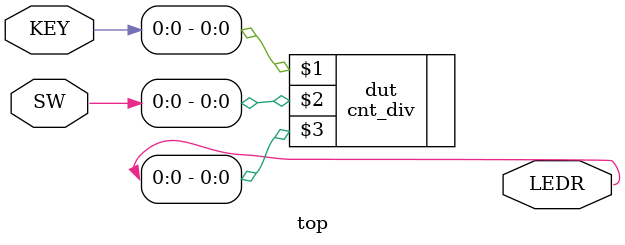
<source format=v>
module top (SW, KEY, LEDR);

    input wire [9:0] SW;        // DE-series switches
    input wire [3:0] KEY;       // DE-series pushbuttons

    output wire [9:0] LEDR;     // DE-series LEDs   

    cnt_div dut (KEY[0], SW[0], LEDR[0]);
 
endmodule


</source>
